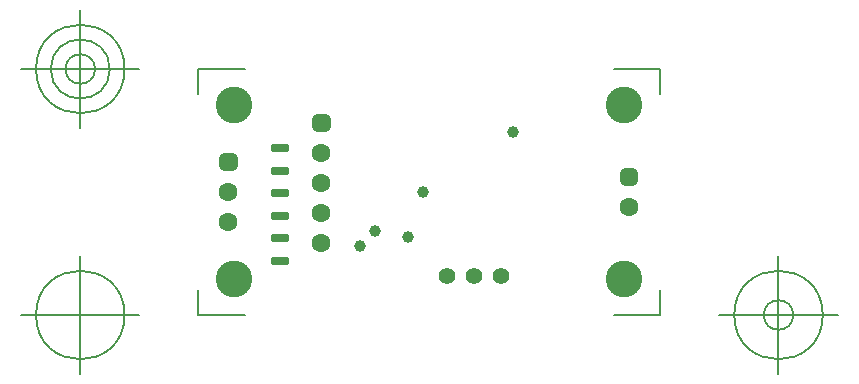
<source format=gbr>
G04 Generated by Ultiboard 14.2 *
%FSLAX24Y24*%
%MOIN*%

%ADD10C,0.0001*%
%ADD11C,0.0050*%
%ADD12C,0.0394*%
%ADD13C,0.1220*%
%ADD14C,0.0633*%
%ADD15R,0.0208X0.0208*%
%ADD16C,0.0392*%
%ADD17R,0.0417X0.0108*%
%ADD18C,0.0167*%
%ADD19C,0.0560*%


G04 ColorRGB 9900CC for the following layer *
%LNSolder Mask Bottom*%
%LPD*%
G54D10*
G54D11*
X600Y30000D02*
X600Y30820D01*
X600Y30000D02*
X2140Y30000D01*
X16000Y30000D02*
X14460Y30000D01*
X16000Y30000D02*
X16000Y30820D01*
X16000Y38200D02*
X16000Y37380D01*
X16000Y38200D02*
X14460Y38200D01*
X600Y38200D02*
X2140Y38200D01*
X600Y38200D02*
X600Y37380D01*
X-1369Y30000D02*
X-5306Y30000D01*
X-3337Y28031D02*
X-3337Y31969D01*
X-4813Y30000D02*
G75*
D01*
G02X-4813Y30000I1476J0*
G01*
X17969Y30000D02*
X21906Y30000D01*
X19937Y28031D02*
X19937Y31969D01*
X18461Y30000D02*
G75*
D01*
G02X18461Y30000I1476J0*
G01*
X19445Y30000D02*
G75*
D01*
G02X19445Y30000I492J0*
G01*
X-1369Y38200D02*
X-5306Y38200D01*
X-3337Y36231D02*
X-3337Y40169D01*
X-4813Y38200D02*
G75*
D01*
G02X-4813Y38200I1476J0*
G01*
X-4321Y38200D02*
G75*
D01*
G02X-4321Y38200I984J0*
G01*
X-3829Y38200D02*
G75*
D01*
G02X-3829Y38200I492J0*
G01*
G54D12*
X8100Y34100D03*
X6500Y32800D03*
X6000Y32300D03*
X7600Y32600D03*
X11100Y36100D03*
G54D13*
X1800Y37000D03*
X1800Y31200D03*
X14800Y37000D03*
X14800Y31200D03*
G54D14*
X4700Y33400D03*
X4700Y35400D03*
X4700Y34400D03*
X4700Y32400D03*
X1600Y34100D03*
X1600Y33100D03*
X14950Y33600D03*
G54D15*
X4700Y36400D03*
X1600Y35100D03*
X14950Y34600D03*
G54D16*
X4596Y36296D02*
X4804Y36296D01*
X4804Y36504D01*
X4596Y36504D01*
X4596Y36296D01*D02*
X1496Y34996D02*
X1704Y34996D01*
X1704Y35204D01*
X1496Y35204D01*
X1496Y34996D01*D02*
X14846Y34496D02*
X15054Y34496D01*
X15054Y34704D01*
X14846Y34704D01*
X14846Y34496D01*D02*
G54D17*
X3300Y34075D03*
X3300Y33325D03*
X3300Y34825D03*
X3300Y35575D03*
X3300Y31825D03*
X3300Y32575D03*
G54D18*
X3092Y34021D02*
X3508Y34021D01*
X3508Y34129D01*
X3092Y34129D01*
X3092Y34021D01*D02*
X3092Y33271D02*
X3508Y33271D01*
X3508Y33379D01*
X3092Y33379D01*
X3092Y33271D01*D02*
X3092Y34771D02*
X3508Y34771D01*
X3508Y34879D01*
X3092Y34879D01*
X3092Y34771D01*D02*
X3092Y35521D02*
X3508Y35521D01*
X3508Y35629D01*
X3092Y35629D01*
X3092Y35521D01*D02*
X3092Y31771D02*
X3508Y31771D01*
X3508Y31879D01*
X3092Y31879D01*
X3092Y31771D01*D02*
X3092Y32521D02*
X3508Y32521D01*
X3508Y32629D01*
X3092Y32629D01*
X3092Y32521D01*D02*
G54D19*
X10700Y31300D03*
X9798Y31300D03*
X8897Y31300D03*

M02*

</source>
